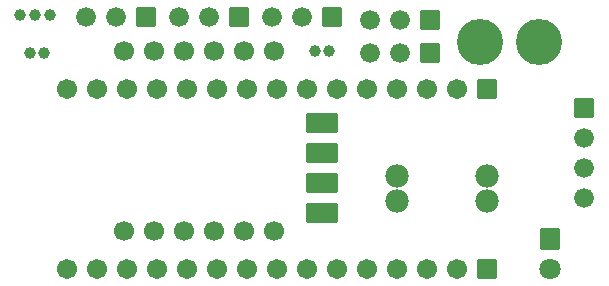
<source format=gts>
G04 Layer: TopSolderMaskLayer*
G04 EasyEDA v6.5.22, 2023-03-28 23:00:35*
G04 5c3957acffbf4fda84b53d144d602fd1,1f4b798e1f424c36b07c5063a1ef9d4e,10*
G04 Gerber Generator version 0.2*
G04 Scale: 100 percent, Rotated: No, Reflected: No *
G04 Dimensions in millimeters *
G04 leading zeros omitted , absolute positions ,4 integer and 5 decimal *
%FSLAX45Y45*%
%MOMM*%

%AMMACRO1*1,1,$1,$2,$3*1,1,$1,$4,$5*1,1,$1,0-$2,0-$3*1,1,$1,0-$4,0-$5*20,1,$1,$2,$3,$4,$5,0*20,1,$1,$4,$5,0-$2,0-$3,0*20,1,$1,0-$2,0-$3,0-$4,0-$5,0*20,1,$1,0-$4,0-$5,$2,$3,0*4,1,4,$2,$3,$4,$5,0-$2,0-$3,0-$4,0-$5,$2,$3,0*%
%ADD10MACRO1,0.1016X-1.262X-0.762X1.262X-0.762*%
%ADD11C,1.6764*%
%ADD12MACRO1,0.1016X0.7874X0.7874X-0.7874X0.7874*%
%ADD13C,1.9812*%
%ADD14C,1.7000*%
%ADD15MACRO1,0.1016X-0.8X0.8X0.8X0.8*%
%ADD16C,1.7016*%
%ADD17MACRO1,0.1016X0.7874X0.7874X0.7874X-0.7874*%
%ADD18C,1.0016*%
%ADD19MACRO1,0.1016X0.7874X0.85X0.7874X-0.85*%
%ADD20C,1.8016*%
%ADD21C,3.9000*%

%LPD*%
D10*
G01*
X2717800Y609600D03*
G01*
X2717800Y863600D03*
G01*
X2717800Y1117600D03*
G01*
X2717800Y1371600D03*
D11*
G01*
X1511300Y2273300D03*
G01*
X1765300Y2273300D03*
D12*
G01*
X2019300Y2273300D03*
D11*
G01*
X2298700Y2273300D03*
G01*
X2552700Y2273300D03*
D12*
G01*
X2806700Y2273300D03*
D11*
G01*
X3124200Y2247900D03*
G01*
X3378200Y2247900D03*
D12*
G01*
X3632200Y2247900D03*
D13*
G01*
X4114800Y711200D03*
G01*
X3352800Y711200D03*
D11*
G01*
X3124200Y1968500D03*
G01*
X3378200Y1968500D03*
D12*
G01*
X3632200Y1968500D03*
D14*
G01*
X2311400Y1981200D03*
G01*
X2057400Y1981200D03*
G01*
X1803400Y1981200D03*
G01*
X1549400Y1981200D03*
G01*
X1295400Y1981200D03*
G01*
X1041400Y1981200D03*
G01*
X2311400Y457200D03*
G01*
X2057400Y457200D03*
G01*
X1803400Y457200D03*
G01*
X1549400Y457200D03*
G01*
X1295400Y457200D03*
G01*
X1041400Y457200D03*
D13*
G01*
X3352800Y927100D03*
G01*
X4114800Y927100D03*
D11*
G01*
X723900Y2273300D03*
G01*
X977900Y2273300D03*
D12*
G01*
X1231900Y2273300D03*
D15*
G01*
X4114800Y1663700D03*
D16*
G01*
X3860800Y139700D03*
G01*
X3352800Y139700D03*
G01*
X2844800Y139700D03*
G01*
X2336800Y139700D03*
G01*
X1828800Y139700D03*
G01*
X1320800Y139700D03*
G01*
X812800Y139700D03*
G01*
X558800Y1663700D03*
G01*
X1066800Y1663700D03*
G01*
X1574800Y1663700D03*
G01*
X2082800Y1663700D03*
G01*
X2590800Y1663700D03*
G01*
X3098800Y1663700D03*
G01*
X3606800Y1663700D03*
G01*
X3860800Y1663700D03*
G01*
X3352800Y1663700D03*
G01*
X2844800Y1663700D03*
G01*
X2336800Y1663700D03*
G01*
X1828800Y1663700D03*
G01*
X1320800Y1663700D03*
G01*
X812800Y1663700D03*
G01*
X558800Y139700D03*
G01*
X1066800Y139700D03*
G01*
X1574800Y139700D03*
G01*
X2082800Y139700D03*
G01*
X2590800Y139700D03*
G01*
X3098800Y139700D03*
G01*
X3606800Y139700D03*
D15*
G01*
X4114800Y139700D03*
D17*
G01*
X4940300Y1498600D03*
D11*
G01*
X4940300Y1244600D03*
G01*
X4940300Y990600D03*
G01*
X4940300Y736600D03*
D18*
G01*
X165100Y2286000D03*
G01*
X290093Y2286000D03*
G01*
X415112Y2286000D03*
G01*
X242290Y1968500D03*
G01*
X367309Y1968500D03*
G01*
X2655290Y1981200D03*
G01*
X2780309Y1981200D03*
D19*
G01*
X4648200Y393698D03*
D20*
G01*
X4648200Y139700D03*
D21*
G01*
X4555312Y2057400D03*
G01*
X4055313Y2057400D03*
M02*

</source>
